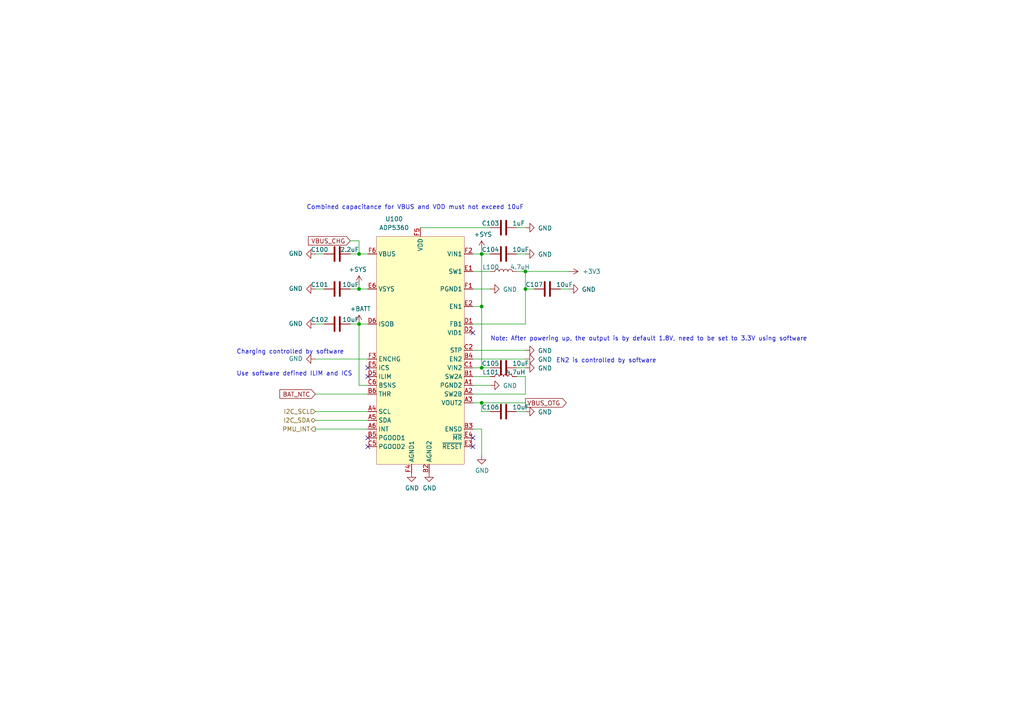
<source format=kicad_sch>
(kicad_sch (version 20210126) (generator eeschema)
  (paper "A4")
  (title_block (title "InuCal") (date "2020-06-30") (rev "R0.1") (company "Wenting Zhang") (comment 1 "zephray@outlook.com"))
  (lib_symbols
    (symbol "Device:C" (pin_numbers hide) (pin_names (offset 0.254))
      (property "Reference" "C" (at 0.635 2.54 0))
      (property "Value" "C" (at 0.635 -2.54 0))
      (symbol "C_0_1"
        (polyline (pts (xy -2.032 -0.762) (xy 2.032 -0.762)) (stroke (width 0.508)))
        (polyline (pts (xy -2.032 0.762) (xy 2.032 0.762)) (stroke (width 0.508)))
      )
      (symbol "C_1_1"
        (pin passive line (at 0 3.81 270) (length 2.794) (name "~") (number "1"))
        (pin passive line (at 0 -3.81 90) (length 2.794) (name "~") (number "2"))
      )
    )
    (symbol "Device:L" (pin_numbers hide) (pin_names (offset 1.016) hide)
      (property "Reference" "L" (at -1.27 0 90))
      (property "Value" "L" (at 1.905 0 90))
      (symbol "L_0_1"
        (arc (start 0 -2.54) (end 0 -1.27) (radius (at 0 -1.905) (length 0.635) (angles -89.9 89.9)))
        (arc (start 0 -1.27) (end 0 0) (radius (at 0 -0.635) (length 0.635) (angles -89.9 89.9)))
        (arc (start 0 0) (end 0 1.27) (radius (at 0 0.635) (length 0.635) (angles -89.9 89.9)))
        (arc (start 0 1.27) (end 0 2.54) (radius (at 0 1.905) (length 0.635) (angles -89.9 89.9)))
      )
      (symbol "L_1_1"
        (pin passive line (at 0 3.81 270) (length 1.27) (name "1") (number "1"))
        (pin passive line (at 0 -3.81 90) (length 1.27) (name "2") (number "2"))
      )
    )
    (symbol "power:+3V3" (power) (pin_names (offset 0))
      (property "Value" "+3V3" (at 0 3.556 0))
      (symbol "+3V3_0_1"
        (polyline (pts (xy -0.762 1.27) (xy 0 2.54)))
        (polyline (pts (xy 0 0) (xy 0 2.54)))
        (polyline (pts (xy 0 2.54) (xy 0.762 1.27)))
      )
      (symbol "+3V3_1_1"
        (pin power_in line (at 0 0 90) (length 0) hide (name "+3V3") (number "1"))
      )
    )
    (symbol "power:+BATT" (power) (pin_names (offset 0))
      (property "Value" "+BATT" (at 0 3.556 0))
      (symbol "+BATT_0_1"
        (polyline (pts (xy -0.762 1.27) (xy 0 2.54)))
        (polyline (pts (xy 0 0) (xy 0 2.54)))
        (polyline (pts (xy 0 2.54) (xy 0.762 1.27)))
      )
      (symbol "+BATT_1_1"
        (pin power_in line (at 0 0 90) (length 0) hide (name "+BATT") (number "1"))
      )
    )
    (symbol "power:GND" (power) (pin_names (offset 0))
      (property "Value" "GND" (at 0 -3.81 0))
      (symbol "GND_0_1"
        (polyline (pts (xy 0 0) (xy 0 -1.27) (xy 1.27 -1.27) (xy 0 -2.54) (xy -1.27 -1.27) (xy 0 -1.27)))
      )
      (symbol "GND_1_1"
        (pin power_in line (at 0 0 270) (length 0) hide (name "GND") (number "1"))
      )
    )
    (symbol "symbols:+SYS" (power) (pin_names (offset 0))
      (property "Value" "+SYS" (at 0 3.556 0))
      (symbol "+SYS_0_1"
        (polyline (pts (xy -0.762 1.27) (xy 0 2.54)))
        (polyline (pts (xy 0 0) (xy 0 2.54)))
        (polyline (pts (xy 0 2.54) (xy 0.762 1.27)))
      )
      (symbol "+SYS_1_1"
        (pin power_in line (at 0 0 90) (length 0) hide (name "+SYS") (number "1"))
      )
    )
    (symbol "symbols:ADP5360"
      (property "Reference" "U" (at -10.16 0 0))
      (property "Value" "ADP5360" (at -7.62 -2.54 0))
      (symbol "ADP5360_0_1"
        (rectangle (start -12.7 -5.08) (end 12.7 -71.12) (stroke (width 0.001)) (fill (type background)))
      )
      (symbol "ADP5360_1_1"
        (pin input line (at -15.24 -10.16 0) (length 2.54) (name "VBUS") (number "F6"))
        (pin input line (at -15.24 -20.32 0) (length 2.54) (name "VSYS") (number "E6"))
        (pin input line (at -15.24 -30.48 0) (length 2.54) (name "ISOB") (number "D6"))
        (pin input line (at -15.24 -40.64 0) (length 2.54) (name "ENCHG") (number "F3"))
        (pin input line (at -15.24 -43.18 0) (length 2.54) (name "ICS") (number "E5"))
        (pin input line (at -15.24 -45.72 0) (length 2.54) (name "ILIM") (number "D5"))
        (pin input line (at -15.24 -48.26 0) (length 2.54) (name "BSNS") (number "C6"))
        (pin input line (at -15.24 -50.8 0) (length 2.54) (name "THR") (number "B6"))
        (pin input line (at -15.24 -55.88 0) (length 2.54) (name "SCL") (number "A4"))
        (pin input line (at -15.24 -60.96 0) (length 2.54) (name "INT") (number "A6"))
        (pin input line (at -15.24 -63.5 0) (length 2.54) (name "PGOOD1") (number "B5"))
        (pin input line (at -15.24 -66.04 0) (length 2.54) (name "PGOOD2") (number "C5"))
        (pin input line (at 15.24 -10.16 180) (length 2.54) (name "VIN1") (number "F2"))
        (pin input line (at 15.24 -15.24 180) (length 2.54) (name "SW1") (number "E1"))
        (pin input line (at 15.24 -20.32 180) (length 2.54) (name "PGND1") (number "F1"))
        (pin input line (at 15.24 -25.4 180) (length 2.54) (name "EN1") (number "E2"))
        (pin input line (at 15.24 -30.48 180) (length 2.54) (name "FB1") (number "D1"))
        (pin input line (at 15.24 -33.02 180) (length 2.54) (name "VID1") (number "D2"))
        (pin input line (at 15.24 -38.1 180) (length 2.54) (name "STP") (number "C2"))
        (pin input line (at 15.24 -40.64 180) (length 2.54) (name "EN2") (number "B4"))
        (pin input line (at 15.24 -43.18 180) (length 2.54) (name "VIN2") (number "C1"))
        (pin input line (at 15.24 -45.72 180) (length 2.54) (name "SW2A") (number "B1"))
        (pin input line (at 15.24 -48.26 180) (length 2.54) (name "PGND2") (number "A1"))
        (pin input line (at 15.24 -50.8 180) (length 2.54) (name "SW2B") (number "A2"))
        (pin input line (at 15.24 -53.34 180) (length 2.54) (name "VOUT2") (number "A3"))
        (pin input line (at 15.24 -60.96 180) (length 2.54) (name "ENSD") (number "B3"))
        (pin input line (at 15.24 -63.5 180) (length 2.54) (name "~MR") (number "E4"))
        (pin input line (at 15.24 -66.04 180) (length 2.54) (name "~RESET") (number "E3"))
        (pin input line (at -15.24 -58.42 0) (length 2.54) (name "SDA") (number "A5"))
        (pin input line (at 2.54 -73.66 90) (length 2.54) (name "AGND2") (number "B2"))
        (pin input line (at -2.54 -73.66 90) (length 2.54) (name "AGND1") (number "F4"))
        (pin input line (at 0 -2.54 270) (length 2.54) (name "VDD") (number "F5"))
      )
    )
  )
  (junction (at 104.14 73.66) (diameter 0.9144))
  (junction (at 104.14 83.82) (diameter 0.9144))
  (junction (at 104.14 93.98) (diameter 0.9144))
  (junction (at 139.7 73.66) (diameter 0.9144))
  (junction (at 139.7 88.9) (diameter 0.9144))
  (junction (at 139.7 106.68) (diameter 0.9144))
  (junction (at 139.7 116.84) (diameter 0.9144))
  (junction (at 152.4 78.74) (diameter 0.9144))
  (junction (at 152.4 83.82) (diameter 0.9144))
  (no_connect (at 106.68 106.68))
  (no_connect (at 106.68 109.22))
  (no_connect (at 106.68 127))
  (no_connect (at 106.68 129.54))
  (no_connect (at 137.16 96.52))
  (no_connect (at 137.16 127))
  (no_connect (at 137.16 129.54))
  (wire (pts (xy 91.44 104.14) (xy 106.68 104.14)))
  (wire (pts (xy 91.44 114.3) (xy 106.68 114.3)))
  (wire (pts (xy 91.44 119.38) (xy 106.68 119.38)))
  (wire (pts (xy 91.44 121.92) (xy 106.68 121.92)))
  (wire (pts (xy 91.44 124.46) (xy 106.68 124.46)))
  (wire (pts (xy 93.98 73.66) (xy 91.44 73.66)))
  (wire (pts (xy 93.98 83.82) (xy 91.44 83.82)))
  (wire (pts (xy 93.98 93.98) (xy 91.44 93.98)))
  (wire (pts (xy 101.6 69.85) (xy 104.14 69.85)))
  (wire (pts (xy 104.14 69.85) (xy 104.14 73.66)))
  (wire (pts (xy 104.14 73.66) (xy 101.6 73.66)))
  (wire (pts (xy 104.14 83.82) (xy 101.6 83.82)))
  (wire (pts (xy 104.14 83.82) (xy 104.14 82.55)))
  (wire (pts (xy 104.14 93.98) (xy 101.6 93.98)))
  (wire (pts (xy 104.14 93.98) (xy 104.14 111.76)))
  (wire (pts (xy 104.14 93.98) (xy 106.68 93.98)))
  (wire (pts (xy 106.68 73.66) (xy 104.14 73.66)))
  (wire (pts (xy 106.68 83.82) (xy 104.14 83.82)))
  (wire (pts (xy 106.68 111.76) (xy 104.14 111.76)))
  (wire (pts (xy 121.92 66.04) (xy 142.24 66.04)))
  (wire (pts (xy 137.16 73.66) (xy 139.7 73.66)))
  (wire (pts (xy 137.16 78.74) (xy 142.24 78.74)))
  (wire (pts (xy 137.16 83.82) (xy 142.24 83.82)))
  (wire (pts (xy 137.16 88.9) (xy 139.7 88.9)))
  (wire (pts (xy 137.16 93.98) (xy 152.4 93.98)))
  (wire (pts (xy 137.16 101.6) (xy 152.4 101.6)))
  (wire (pts (xy 137.16 104.14) (xy 152.4 104.14)))
  (wire (pts (xy 137.16 106.68) (xy 139.7 106.68)))
  (wire (pts (xy 137.16 109.22) (xy 142.24 109.22)))
  (wire (pts (xy 137.16 111.76) (xy 142.24 111.76)))
  (wire (pts (xy 137.16 116.84) (xy 139.7 116.84)))
  (wire (pts (xy 137.16 124.46) (xy 139.7 124.46)))
  (wire (pts (xy 139.7 73.66) (xy 139.7 72.39)))
  (wire (pts (xy 139.7 73.66) (xy 139.7 88.9)))
  (wire (pts (xy 139.7 73.66) (xy 142.24 73.66)))
  (wire (pts (xy 139.7 88.9) (xy 139.7 106.68)))
  (wire (pts (xy 139.7 106.68) (xy 142.24 106.68)))
  (wire (pts (xy 139.7 116.84) (xy 139.7 119.38)))
  (wire (pts (xy 139.7 116.84) (xy 152.4 116.84)))
  (wire (pts (xy 139.7 119.38) (xy 142.24 119.38)))
  (wire (pts (xy 139.7 124.46) (xy 139.7 132.08)))
  (wire (pts (xy 149.86 66.04) (xy 152.4 66.04)))
  (wire (pts (xy 149.86 73.66) (xy 152.4 73.66)))
  (wire (pts (xy 149.86 106.68) (xy 152.4 106.68)))
  (wire (pts (xy 149.86 109.22) (xy 152.4 109.22)))
  (wire (pts (xy 149.86 119.38) (xy 152.4 119.38)))
  (wire (pts (xy 152.4 78.74) (xy 149.86 78.74)))
  (wire (pts (xy 152.4 78.74) (xy 165.1 78.74)))
  (wire (pts (xy 152.4 83.82) (xy 152.4 78.74)))
  (wire (pts (xy 152.4 83.82) (xy 154.94 83.82)))
  (wire (pts (xy 152.4 93.98) (xy 152.4 83.82)))
  (wire (pts (xy 152.4 109.22) (xy 152.4 114.3)))
  (wire (pts (xy 152.4 114.3) (xy 137.16 114.3)))
  (wire (pts (xy 162.56 83.82) (xy 165.1 83.82)))
  (text "Charging controlled by software" (at 68.58 102.87 0) (effects (font (size 1.27 1.27)) (justify left bottom)))
  (text "Use software defined ILIM and ICS" (at 68.58 109.22 0) (effects (font (size 1.27 1.27)) (justify left bottom)))
  (text "Combined capacitance for VBUS and VDD must not exceed 10uF" (at 88.9 60.96 0) (effects (font (size 1.27 1.27)) (justify left bottom)))
  (text "Note: After powering up, the output is by default 1.8V, need to be set to 3.3V using software" (at 142.24 99.06 0) (effects (font (size 1.27 1.27)) (justify left bottom)))
  (text "EN2 is controlled by software" (at 161.29 105.41 0) (effects (font (size 1.27 1.27)) (justify left bottom)))
  (global_label "BAT_NTC" (shape input) (at 91.44 114.3 180) (property "Intersheet References" "${INTERSHEET_REFS}" (effects hide)))
  (global_label "VBUS_CHG" (shape input) (at 101.6 69.85 180) (property "Intersheet References" "${INTERSHEET_REFS}" (effects hide)))
  (global_label "VBUS_OTG" (shape output) (at 152.4 116.84 0) (property "Intersheet References" "${INTERSHEET_REFS}" (effects hide)))
  (hierarchical_label "I2C_SCL" (shape input) (at 91.44 119.38 180))
  (hierarchical_label "I2C_SDA" (shape bidirectional) (at 91.44 121.92 180))
  (hierarchical_label "PMU_INT" (shape output) (at 91.44 124.46 180))
  (symbol (lib_id "symbols:+SYS") (at 104.14 82.55 0) (mirror y) (unit 1)
    (property "Reference" "#PWR05" (effects hide))
    (property "Value" "+SYS" (at 103.759 78.1558 0))
  )
  (symbol (lib_id "power:+BATT") (at 104.14 93.98 0) (unit 1)
    (property "Reference" "#PWR06" (effects hide))
    (property "Value" "+BATT" (at 104.521 89.5858 0))
  )
  (symbol (lib_id "symbols:+SYS") (at 139.7 72.39 0) (unit 1)
    (property "Reference" "#PWR09" (effects hide))
    (property "Value" "+SYS" (at 140.081 67.9958 0))
  )
  (symbol (lib_id "power:+3V3") (at 165.1 78.74 270) (unit 1)
    (property "Reference" "#PWR023" (effects hide))
    (property "Value" "+3V3" (at 168.91 78.74 90) (effects (justify left)))
  )
  (symbol (lib_id "Device:L") (at 146.05 78.74 90) (unit 1)
    (property "Reference" "L100" (at 144.78 77.47 90) (effects (justify left)))
    (property "Value" "4.7uH" (at 153.67 77.47 90) (effects (justify left)))
    (property "Footprint" "Inductor_SMD:L_Vishay_IHLP-1212" (effects hide))
  )
  (symbol (lib_id "Device:L") (at 146.05 109.22 90) (unit 1)
    (property "Reference" "L101" (at 144.78 107.95 90) (effects (justify left)))
    (property "Value" "4.7uH" (at 152.4 107.95 90) (effects (justify left)))
    (property "Footprint" "Inductor_SMD:L_Vishay_IHLP-1212" (effects hide))
  )
  (symbol (lib_id "power:GND") (at 91.44 73.66 270) (mirror x) (unit 1)
    (property "Reference" "#PWR01" (effects hide))
    (property "Value" "GND" (at 85.7758 73.533 90))
  )
  (symbol (lib_id "power:GND") (at 91.44 83.82 270) (mirror x) (unit 1)
    (property "Reference" "#PWR02" (effects hide))
    (property "Value" "GND" (at 85.7758 83.693 90))
  )
  (symbol (lib_id "power:GND") (at 91.44 93.98 270) (mirror x) (unit 1)
    (property "Reference" "#PWR03" (effects hide))
    (property "Value" "GND" (at 85.7758 93.853 90))
  )
  (symbol (lib_id "power:GND") (at 91.44 104.14 270) (mirror x) (unit 1)
    (property "Reference" "#PWR04" (effects hide))
    (property "Value" "GND" (at 85.7758 104.013 90))
  )
  (symbol (lib_id "power:GND") (at 119.38 137.16 0) (unit 1)
    (property "Reference" "#PWR07" (effects hide))
    (property "Value" "GND" (at 119.507 141.5542 0))
  )
  (symbol (lib_id "power:GND") (at 124.46 137.16 0) (unit 1)
    (property "Reference" "#PWR08" (effects hide))
    (property "Value" "GND" (at 124.587 141.5542 0))
  )
  (symbol (lib_id "power:GND") (at 139.7 132.08 0) (unit 1)
    (property "Reference" "#PWR010" (effects hide))
    (property "Value" "GND" (at 139.827 136.4742 0))
  )
  (symbol (lib_id "power:GND") (at 142.24 83.82 90) (mirror x) (unit 1)
    (property "Reference" "#PWR011" (effects hide))
    (property "Value" "GND" (at 147.9042 83.947 90))
  )
  (symbol (lib_id "power:GND") (at 142.24 111.76 90) (mirror x) (unit 1)
    (property "Reference" "#PWR012" (effects hide))
    (property "Value" "GND" (at 147.9042 111.887 90))
  )
  (symbol (lib_id "power:GND") (at 152.4 66.04 90) (mirror x) (unit 1)
    (property "Reference" "#PWR014" (effects hide))
    (property "Value" "GND" (at 158.0642 66.167 90))
  )
  (symbol (lib_id "power:GND") (at 152.4 73.66 90) (mirror x) (unit 1)
    (property "Reference" "#PWR015" (effects hide))
    (property "Value" "GND" (at 158.0642 73.787 90))
  )
  (symbol (lib_id "power:GND") (at 152.4 101.6 90) (mirror x) (unit 1)
    (property "Reference" "#PWR017" (effects hide))
    (property "Value" "GND" (at 158.0642 101.727 90))
  )
  (symbol (lib_id "power:GND") (at 152.4 104.14 90) (mirror x) (unit 1)
    (property "Reference" "#PWR018" (effects hide))
    (property "Value" "GND" (at 158.0642 104.267 90))
  )
  (symbol (lib_id "power:GND") (at 152.4 106.68 90) (mirror x) (unit 1)
    (property "Reference" "#PWR019" (effects hide))
    (property "Value" "GND" (at 158.0642 106.807 90))
  )
  (symbol (lib_id "power:GND") (at 152.4 119.38 90) (mirror x) (unit 1)
    (property "Reference" "#PWR021" (effects hide))
    (property "Value" "GND" (at 158.0642 119.507 90))
  )
  (symbol (lib_id "power:GND") (at 165.1 83.82 90) (mirror x) (unit 1)
    (property "Reference" "#PWR024" (effects hide))
    (property "Value" "GND" (at 170.7642 83.947 90))
  )
  (symbol (lib_id "Device:C") (at 97.79 73.66 90) (mirror x) (unit 1)
    (property "Reference" "C100" (at 95.25 72.39 90) (effects (justify left)))
    (property "Value" "2.2uF" (at 104.14 72.39 90) (effects (justify left)))
    (property "Footprint" "Capacitor_SMD:C_0603_1608Metric" (effects hide))
  )
  (symbol (lib_id "Device:C") (at 97.79 83.82 90) (mirror x) (unit 1)
    (property "Reference" "C101" (at 95.25 82.55 90) (effects (justify left)))
    (property "Value" "10uF" (at 104.14 82.55 90) (effects (justify left)))
    (property "Footprint" "Capacitor_SMD:C_0603_1608Metric" (effects hide))
  )
  (symbol (lib_id "Device:C") (at 97.79 93.98 90) (mirror x) (unit 1)
    (property "Reference" "C102" (at 95.25 92.71 90) (effects (justify left)))
    (property "Value" "10uF" (at 104.14 92.71 90) (effects (justify left)))
    (property "Footprint" "Capacitor_SMD:C_0603_1608Metric" (effects hide))
  )
  (symbol (lib_id "Device:C") (at 146.05 66.04 270) (unit 1)
    (property "Reference" "C103" (at 139.7 64.77 90) (effects (justify left)))
    (property "Value" "1uF" (at 148.59 64.77 90) (effects (justify left)))
    (property "Footprint" "Capacitor_SMD:C_0402_1005Metric" (effects hide))
  )
  (symbol (lib_id "Device:C") (at 146.05 73.66 270) (unit 1)
    (property "Reference" "C104" (at 139.7 72.39 90) (effects (justify left)))
    (property "Value" "10uF" (at 148.59 72.39 90) (effects (justify left)))
    (property "Footprint" "Capacitor_SMD:C_0603_1608Metric" (effects hide))
  )
  (symbol (lib_id "Device:C") (at 146.05 106.68 270) (unit 1)
    (property "Reference" "C105" (at 139.7 105.41 90) (effects (justify left)))
    (property "Value" "10uF" (at 148.59 105.41 90) (effects (justify left)))
    (property "Footprint" "Capacitor_SMD:C_0603_1608Metric" (effects hide))
  )
  (symbol (lib_id "Device:C") (at 146.05 119.38 270) (unit 1)
    (property "Reference" "C106" (at 139.7 118.11 90) (effects (justify left)))
    (property "Value" "10uF" (at 148.59 118.11 90) (effects (justify left)))
    (property "Footprint" "Capacitor_SMD:C_0603_1608Metric" (effects hide))
  )
  (symbol (lib_id "Device:C") (at 158.75 83.82 270) (unit 1)
    (property "Reference" "C107" (at 152.4 82.55 90) (effects (justify left)))
    (property "Value" "10uF" (at 161.29 82.55 90) (effects (justify left)))
    (property "Footprint" "Capacitor_SMD:C_0603_1608Metric" (effects hide))
  )
  (symbol (lib_id "symbols:ADP5360") (at 121.92 63.5 0) (unit 1)
    (property "Reference" "U100" (at 114.3 63.5 0))
    (property "Value" "ADP5360" (at 114.3 66.04 0))
    (property "Footprint" "footprints:WLCSP-32_6x6_2.56x2.56mm" (effects hide))
    (property "Datasheet" "https://www.analog.com/media/en/technical-documentation/data-sheets/ADP5360.pdf" (effects hide))
  )
)
</source>
